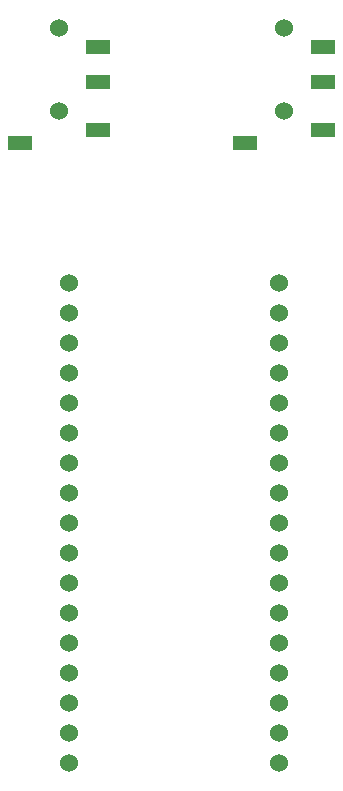
<source format=gts>
G04 #@! TF.GenerationSoftware,KiCad,Pcbnew,5.0.1-33cea8e~66~ubuntu18.04.1*
G04 #@! TF.CreationDate,2018-10-13T22:06:55+09:00*
G04 #@! TF.ProjectId,pendant,70656E64616E742E6B696361645F7063,rev?*
G04 #@! TF.SameCoordinates,Original*
G04 #@! TF.FileFunction,Soldermask,Top*
G04 #@! TF.FilePolarity,Negative*
%FSLAX46Y46*%
G04 Gerber Fmt 4.6, Leading zero omitted, Abs format (unit mm)*
G04 Created by KiCad (PCBNEW 5.0.1-33cea8e~66~ubuntu18.04.1) date 2018年10月13日 22時06分55秒*
%MOMM*%
%LPD*%
G01*
G04 APERTURE LIST*
%ADD10C,1.524000*%
%ADD11R,2.000000X1.200000*%
G04 APERTURE END LIST*
D10*
G04 #@! TO.C,J1*
X123190000Y-62860000D03*
X123190000Y-69860000D03*
D11*
X119890000Y-72560000D03*
X126490000Y-71460000D03*
X126490000Y-67460000D03*
X126490000Y-64460000D03*
G04 #@! TD*
G04 #@! TO.C,J2*
X145540000Y-64460000D03*
X145540000Y-67460000D03*
X145540000Y-71460000D03*
X138940000Y-72560000D03*
D10*
X142240000Y-69860000D03*
X142240000Y-62860000D03*
G04 #@! TD*
G04 #@! TO.C,U1*
X124035001Y-84455001D03*
X124035001Y-86995001D03*
X124035001Y-89535001D03*
X124035001Y-92075001D03*
X124035001Y-94615001D03*
X124035001Y-97155001D03*
X124035001Y-99695001D03*
X124035001Y-102235001D03*
X124035001Y-104775001D03*
X124035001Y-107315001D03*
X124035001Y-109855001D03*
X124035001Y-112395001D03*
X124035001Y-114935001D03*
X124035001Y-117475001D03*
X124035001Y-120015001D03*
X124035001Y-122555001D03*
X124035001Y-125095001D03*
X141815001Y-125095001D03*
X141815001Y-122555001D03*
X141815001Y-120015001D03*
X141815001Y-117475001D03*
X141815001Y-114935001D03*
X141815001Y-112395001D03*
X141815001Y-109855001D03*
X141815001Y-107315001D03*
X141815001Y-104775001D03*
X141815001Y-102235001D03*
X141815001Y-99695001D03*
X141815001Y-97155001D03*
X141815001Y-94615001D03*
X141815001Y-92075001D03*
X141815001Y-89535001D03*
X141815001Y-86995001D03*
X141815001Y-84455001D03*
G04 #@! TD*
M02*

</source>
